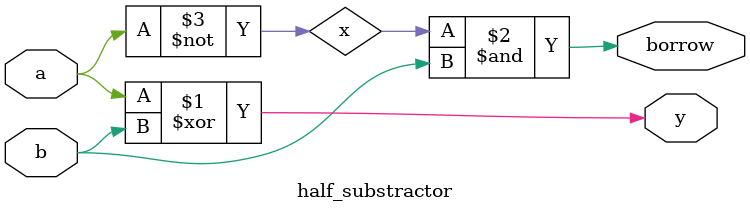
<source format=v>
`timescale 1ns / 1ps

module half_substractor(a, b , y , borrow);
input a,b;
output y,borrow;
wire x;
xor(y,a,b);
and(borrow,x,b);
not(x,a);
endmodule    


//module half_substractor(a,b,y,borrow);
//input a,b;
//output y,borrow;
//reg y, borrow;
//always @(*)
 //   begin 
  //      y = a^b;
   //     borrow = (~a) & b;
    //end    
//endmodule    

</source>
